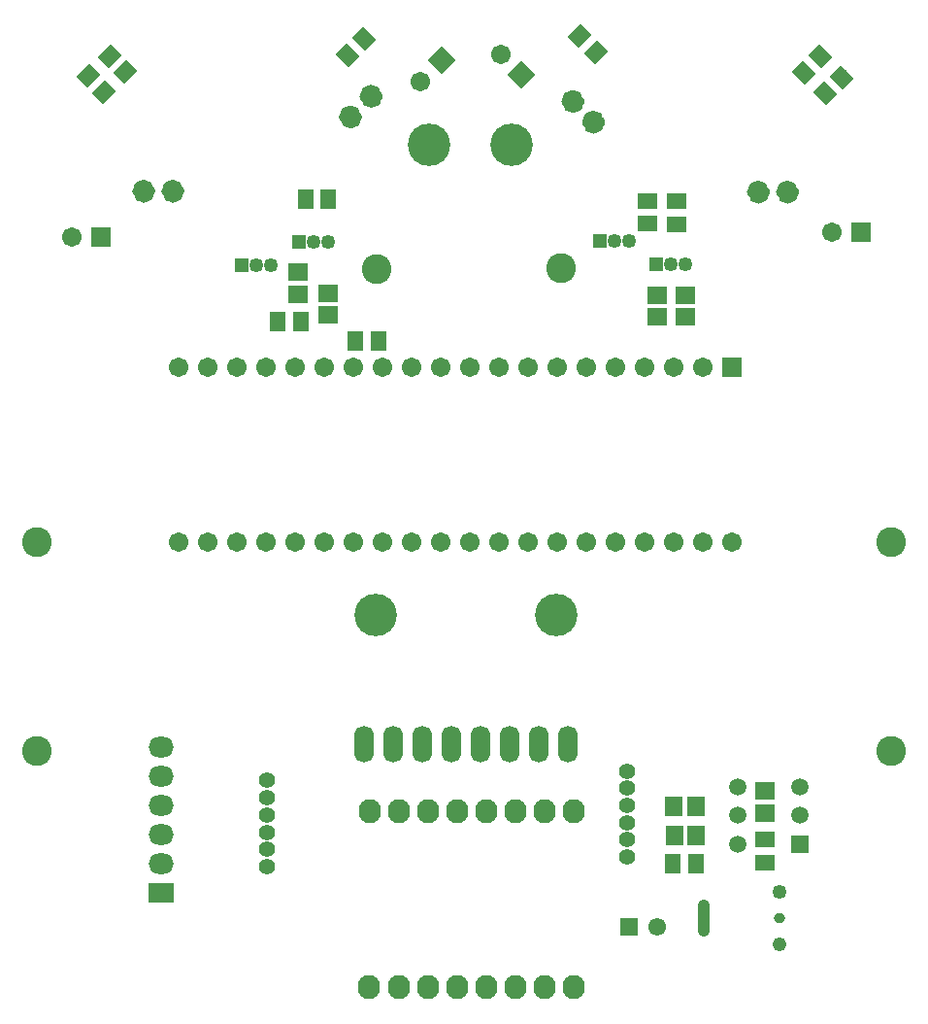
<source format=gbr>
G04*
G04 #@! TF.GenerationSoftware,Altium Limited,Altium Designer,26.2.0 (7)*
G04*
G04 Layer_Color=16711935*
%FSTAX25Y25*%
%MOIN*%
G70*
G04*
G04 #@! TF.SameCoordinates,DDC7E0C6-02D7-4959-A8D0-6A7BEAAAFFDF*
G04*
G04*
G04 #@! TF.FilePolarity,Negative*
G04*
G01*
G75*
%ADD25C,0.03937*%
%ADD26R,0.06706X0.06312*%
%ADD27R,0.05524X0.06509*%
%ADD29R,0.06509X0.05524*%
%ADD31R,0.06312X0.06706*%
%ADD33C,0.05556*%
%ADD34R,0.06737X0.06737*%
%ADD35C,0.06737*%
%ADD36O,0.06706X0.12611*%
%ADD37C,0.14580*%
%ADD38C,0.10249*%
%ADD39C,0.05950*%
%ADD40R,0.05950X0.05950*%
%ADD41R,0.08674X0.07099*%
%ADD42O,0.08674X0.07099*%
%ADD43R,0.04934X0.04934*%
%ADD44C,0.04934*%
%ADD45R,0.06737X0.06737*%
%ADD46P,0.09528X4X360.0*%
%ADD47P,0.09528X4X90.0*%
%ADD48C,0.06102*%
%ADD49R,0.06102X0.06102*%
%ADD50O,0.07587X0.08375*%
%ADD51C,0.04800*%
G04:AMPARAMS|DCode=76|XSize=39.54mil|YSize=125.28mil|CornerRadius=17.2mil|HoleSize=0mil|Usage=FLASHONLY|Rotation=180.000|XOffset=0mil|YOffset=0mil|HoleType=Round|Shape=RoundedRectangle|*
%AMROUNDEDRECTD76*
21,1,0.03954,0.09088,0,0,180.0*
21,1,0.00514,0.12528,0,0,180.0*
1,1,0.03440,-0.00257,0.04544*
1,1,0.03440,0.00257,0.04544*
1,1,0.03440,0.00257,-0.04544*
1,1,0.03440,-0.00257,-0.04544*
%
%ADD76ROUNDEDRECTD76*%
G04:AMPARAMS|DCode=77|XSize=39.54mil|YSize=34.34mil|CornerRadius=17.17mil|HoleSize=0mil|Usage=FLASHONLY|Rotation=180.000|XOffset=0mil|YOffset=0mil|HoleType=Round|Shape=RoundedRectangle|*
%AMROUNDEDRECTD77*
21,1,0.03954,0.00000,0,0,180.0*
21,1,0.00520,0.03434,0,0,180.0*
1,1,0.03434,-0.00260,0.00000*
1,1,0.03434,0.00260,0.00000*
1,1,0.03434,0.00260,0.00000*
1,1,0.03434,-0.00260,0.00000*
%
%ADD77ROUNDEDRECTD77*%
%ADD78R,0.03954X0.03434*%
G04:AMPARAMS|DCode=79|XSize=65.09mil|YSize=55.24mil|CornerRadius=0mil|HoleSize=0mil|Usage=FLASHONLY|Rotation=135.000|XOffset=0mil|YOffset=0mil|HoleType=Round|Shape=Rectangle|*
%AMROTATEDRECTD79*
4,1,4,0.04254,-0.00348,0.00348,-0.04254,-0.04254,0.00348,-0.00348,0.04254,0.04254,-0.00348,0.0*
%
%ADD79ROTATEDRECTD79*%

G04:AMPARAMS|DCode=80|XSize=65.09mil|YSize=55.24mil|CornerRadius=0mil|HoleSize=0mil|Usage=FLASHONLY|Rotation=45.000|XOffset=0mil|YOffset=0mil|HoleType=Round|Shape=Rectangle|*
%AMROTATEDRECTD80*
4,1,4,-0.00348,-0.04254,-0.04254,-0.00348,0.00348,0.04254,0.04254,0.00348,-0.00348,-0.04254,0.0*
%
%ADD80ROTATEDRECTD80*%

D25*
X-0110235Y0119367D02*
G03*
X-0110235Y0119367I-0001969J0D01*
G01*
X-0100235D02*
G03*
X-0100235Y0119367I-0001969J0D01*
G01*
X-0039234Y0144849D02*
G03*
X-0039234Y0144849I-0001969J0D01*
G01*
X-0032163Y015192D02*
G03*
X-0032163Y015192I-0001969J0D01*
G01*
X0037137Y0150146D02*
G03*
X0037137Y0150146I-0001969J0D01*
G01*
X0044208Y0143075D02*
G03*
X0044208Y0143075I-0001969J0D01*
G01*
X0110852Y0119061D02*
G03*
X0110852Y0119061I-0001969J0D01*
G01*
X0100852D02*
G03*
X0100852Y0119061I-0001969J0D01*
G01*
D26*
X-0059055Y009154D02*
D03*
Y008406D02*
D03*
X0101168Y-0093997D02*
D03*
Y-0086516D02*
D03*
X-0048968Y0084325D02*
D03*
Y0076845D02*
D03*
X0063994Y0076246D02*
D03*
Y0083726D02*
D03*
X0073782Y0083724D02*
D03*
Y0076243D02*
D03*
D27*
X-003168Y0067844D02*
D03*
X-0039554D02*
D03*
X-0048812Y0116542D02*
D03*
X-0056686D02*
D03*
X-0058298Y0074571D02*
D03*
X-0066172D02*
D03*
X0069615Y-011138D02*
D03*
X0077489D02*
D03*
D29*
X0070698Y0108132D02*
D03*
Y0116006D02*
D03*
X0060857Y0108163D02*
D03*
Y0116037D02*
D03*
X0101173Y-0110943D02*
D03*
Y-0103069D02*
D03*
D31*
X0077412Y-0091563D02*
D03*
X0069932D02*
D03*
X0077445Y-0101585D02*
D03*
X0069964D02*
D03*
D33*
X0053815Y-0109062D02*
D03*
Y-0103156D02*
D03*
Y-0097251D02*
D03*
Y-0091345D02*
D03*
Y-008544D02*
D03*
Y-0079534D02*
D03*
X-0069772Y-0112342D02*
D03*
Y-0106436D02*
D03*
Y-0100531D02*
D03*
Y-0094625D02*
D03*
Y-008872D02*
D03*
Y-0082814D02*
D03*
D34*
X0089675Y0058864D02*
D03*
D35*
X0079675D02*
D03*
X0069675D02*
D03*
X0059675D02*
D03*
X0049675D02*
D03*
X0039675D02*
D03*
X0029675D02*
D03*
X0019675D02*
D03*
X0009675D02*
D03*
X-0000325D02*
D03*
X-0010325D02*
D03*
X-0020325D02*
D03*
X-0030325D02*
D03*
X-0040325D02*
D03*
X-0050325D02*
D03*
X-0060325D02*
D03*
X-0070325D02*
D03*
X-0080325D02*
D03*
X-0090325D02*
D03*
X-0100325D02*
D03*
Y-0001136D02*
D03*
X-0090325D02*
D03*
X-0080325D02*
D03*
X-0070325D02*
D03*
X-0060325D02*
D03*
X-0050325D02*
D03*
X-0040325D02*
D03*
X-0030325D02*
D03*
X-0020325D02*
D03*
X-0010325D02*
D03*
X-0000325D02*
D03*
X0009675D02*
D03*
X0019675D02*
D03*
X0029675D02*
D03*
X0039675D02*
D03*
X0049675D02*
D03*
X0059675D02*
D03*
X0069675D02*
D03*
X0079675D02*
D03*
X0089675D02*
D03*
X0124062Y0105219D02*
D03*
X0010497Y0166232D02*
D03*
X-0017055Y0157136D02*
D03*
X-0136803Y0103561D02*
D03*
D36*
X0013353Y-0070485D02*
D03*
X0003353D02*
D03*
X-0006647D02*
D03*
X-0016647D02*
D03*
X-0026647D02*
D03*
X-0036647D02*
D03*
X0023353D02*
D03*
X0033353D02*
D03*
D37*
X-0032521Y-0025954D02*
D03*
X0029479D02*
D03*
X0014171Y0135293D02*
D03*
X-0014243Y0135217D02*
D03*
D38*
X-0032087Y0092645D02*
D03*
X0031037Y0092837D02*
D03*
X0144329Y-0000878D02*
D03*
X-0148834Y-0000877D02*
D03*
X-0148835Y-0072574D02*
D03*
X0144331Y-0072575D02*
D03*
D39*
X0091714Y-0104676D02*
D03*
Y-0094833D02*
D03*
Y-0084991D02*
D03*
X0112974D02*
D03*
Y-0094833D02*
D03*
D40*
Y-0104676D02*
D03*
D41*
X-0106151Y-0121207D02*
D03*
D42*
Y-0111207D02*
D03*
Y-0101207D02*
D03*
Y-0091207D02*
D03*
Y-0081207D02*
D03*
Y-0071207D02*
D03*
D43*
X-0078645Y0094063D02*
D03*
X0044447Y0102244D02*
D03*
X-005873Y0101959D02*
D03*
X0063782Y009421D02*
D03*
D44*
X-0073645Y0094063D02*
D03*
X-0068645D02*
D03*
X0054447Y0102244D02*
D03*
X0049447D02*
D03*
X-004873Y0101959D02*
D03*
X-005373D02*
D03*
X0073782Y009421D02*
D03*
X0068782D02*
D03*
D45*
X0134062Y0105219D02*
D03*
X-0126803Y0103561D02*
D03*
D46*
X0017568Y0159161D02*
D03*
D47*
X-0009984Y0164207D02*
D03*
D48*
X0064258Y-0132998D02*
D03*
D49*
X0054416D02*
D03*
D50*
X0035521Y-0153802D02*
D03*
X0025521D02*
D03*
X0015521D02*
D03*
X0005521D02*
D03*
X-0004479D02*
D03*
X-0014479D02*
D03*
X-0024479D02*
D03*
X-0034979D02*
D03*
X0035521Y-0093408D02*
D03*
X0025521D02*
D03*
X0015521D02*
D03*
X0005521D02*
D03*
X-0004479D02*
D03*
X-0014479D02*
D03*
X-0024479D02*
D03*
X-0034479D02*
D03*
D51*
X0073746Y0083706D02*
D03*
X0064086Y0083716D02*
D03*
X-0049013Y0084069D02*
D03*
X-0131275Y0159129D02*
D03*
X-0036613Y0171565D02*
D03*
X0037439Y0172512D02*
D03*
X0106012Y-0121008D02*
D03*
Y-0139039D02*
D03*
X007785Y-0111048D02*
D03*
Y-0102781D02*
D03*
X0064086Y0076236D02*
D03*
X0073746Y0076225D02*
D03*
X0070698Y0108132D02*
D03*
X0127503Y0158845D02*
D03*
X0042798Y0166934D02*
D03*
X-0041912Y0165705D02*
D03*
X-0048745Y0116609D02*
D03*
X-0058925Y0091835D02*
D03*
D76*
X0080067Y-0130024D02*
D03*
D77*
X0106012Y-0139039D02*
D03*
Y-0130024D02*
D03*
D78*
Y-0121008D02*
D03*
D79*
X-0042057Y0165958D02*
D03*
X-003649Y0171526D02*
D03*
X0114538Y0160052D02*
D03*
X0120106Y0165619D02*
D03*
X01218Y0152878D02*
D03*
X0127368Y0158446D02*
D03*
D80*
X0037439Y0172512D02*
D03*
X0043007Y0166944D02*
D03*
X-0118401Y0160188D02*
D03*
X-0123969Y0165755D02*
D03*
X-0131283Y0158861D02*
D03*
X-0125715Y0153293D02*
D03*
M02*

</source>
